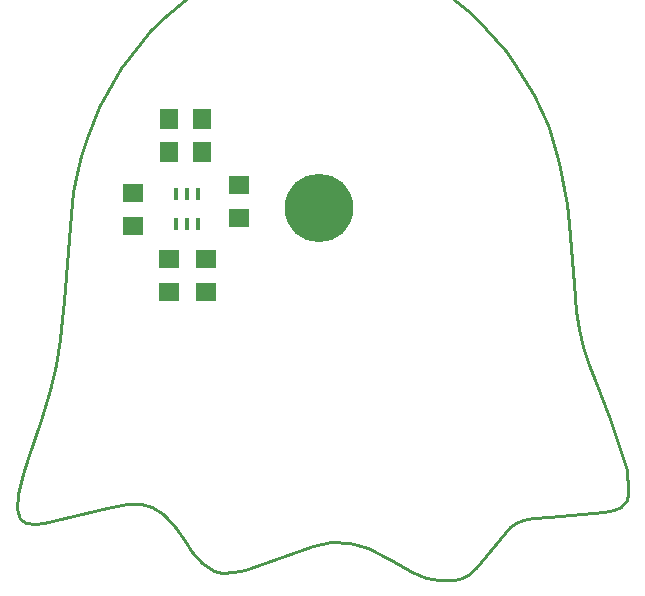
<source format=gbr>
G04 #@! TF.FileFunction,Paste,Bot*
%FSLAX46Y46*%
G04 Gerber Fmt 4.6, Leading zero omitted, Abs format (unit mm)*
G04 Created by KiCad (PCBNEW 201610121319+7306~55~ubuntu14.04.1-) date Wed Oct 19 15:16:00 2016*
%MOMM*%
%LPD*%
G01*
G04 APERTURE LIST*
%ADD10C,0.100000*%
%ADD11C,0.254000*%
%ADD12R,1.778000X1.524000*%
%ADD13R,1.524000X1.778000*%
%ADD14R,0.448400X1.098400*%
%ADD15C,5.800000*%
G04 APERTURE END LIST*
D10*
D11*
X121843800Y-57607200D02*
X120142000Y-55626000D01*
X122580400Y-58623200D02*
X121843800Y-57607200D01*
X124231400Y-61315600D02*
X122580400Y-58623200D01*
X125399800Y-63855600D02*
X124231400Y-61315600D01*
X125577600Y-64363600D02*
X125399800Y-63855600D01*
X126390400Y-67106800D02*
X125577600Y-64363600D01*
X127025400Y-70535800D02*
X126390400Y-67106800D01*
X127228600Y-72237600D02*
X127025400Y-70535800D01*
X127635000Y-77343000D02*
X127228600Y-72237600D01*
X127838200Y-79629000D02*
X127635000Y-77343000D01*
X128066800Y-81178400D02*
X127838200Y-79629000D01*
X128397000Y-82626200D02*
X128066800Y-81178400D01*
X128879600Y-84150200D02*
X128397000Y-82626200D01*
X129387600Y-85471000D02*
X128879600Y-84150200D01*
X130683000Y-88747600D02*
X129387600Y-85471000D01*
X132105400Y-93116400D02*
X130683000Y-88747600D01*
X132156200Y-93395800D02*
X132105400Y-93116400D01*
X132207000Y-94437200D02*
X132156200Y-93395800D01*
X132207000Y-95123000D02*
X132207000Y-94437200D01*
X132105400Y-95580200D02*
X132207000Y-95123000D01*
X131622800Y-96240600D02*
X132105400Y-95580200D01*
X131038600Y-96469200D02*
X131622800Y-96240600D01*
X130200400Y-96621600D02*
X131038600Y-96469200D01*
X125552200Y-97028000D02*
X130200400Y-96621600D01*
X124180600Y-97155000D02*
X125552200Y-97028000D01*
X123317000Y-97307400D02*
X124180600Y-97155000D01*
X122732800Y-97561400D02*
X123317000Y-97307400D01*
X122250200Y-97917000D02*
X122732800Y-97561400D01*
X119329200Y-101371400D02*
X122250200Y-97917000D01*
X118643400Y-101981000D02*
X119329200Y-101371400D01*
X118135400Y-102260400D02*
X118643400Y-101981000D01*
X117551200Y-102412800D02*
X118135400Y-102260400D01*
X117221000Y-102412800D02*
X117551200Y-102412800D01*
X116179600Y-102412800D02*
X117221000Y-102412800D01*
X115112800Y-102184200D02*
X116179600Y-102412800D01*
X113944400Y-101701600D02*
X115112800Y-102184200D01*
X112141000Y-100685600D02*
X113944400Y-101701600D01*
X110185200Y-99720400D02*
X112141000Y-100685600D01*
X108686600Y-99237800D02*
X110185200Y-99720400D01*
X107086400Y-99212400D02*
X108686600Y-99237800D01*
X105511600Y-99517200D02*
X107086400Y-99212400D01*
X99796600Y-101523800D02*
X105511600Y-99517200D01*
X98831400Y-101752400D02*
X99796600Y-101523800D01*
X97866200Y-101828600D02*
X98831400Y-101752400D01*
X97129600Y-101650800D02*
X97866200Y-101828600D01*
X96164400Y-100939600D02*
X97129600Y-101650800D01*
X95300800Y-100025200D02*
X96164400Y-100939600D01*
X94691200Y-99110800D02*
X95300800Y-100025200D01*
X93903800Y-98018600D02*
X94691200Y-99110800D01*
X93091000Y-97078800D02*
X93903800Y-98018600D01*
X92811600Y-96799400D02*
X93091000Y-97078800D01*
X91922600Y-96215200D02*
X92811600Y-96799400D01*
X90957400Y-95986600D02*
X91922600Y-96215200D01*
X89763600Y-95986600D02*
X90957400Y-95986600D01*
X88087200Y-96291400D02*
X89763600Y-95986600D01*
X82753200Y-97586800D02*
X88087200Y-96291400D01*
X82042000Y-97688400D02*
X82753200Y-97586800D01*
X81229200Y-97561400D02*
X82042000Y-97688400D01*
X80721200Y-97205800D02*
X81229200Y-97561400D01*
X80467200Y-96393000D02*
X80721200Y-97205800D01*
X80568800Y-95097600D02*
X80467200Y-96393000D01*
X80949800Y-93421200D02*
X80568800Y-95097600D01*
X81407000Y-92049600D02*
X80949800Y-93421200D01*
X82473800Y-88849200D02*
X81407000Y-92049600D01*
X83235800Y-86334600D02*
X82473800Y-88849200D01*
X83769200Y-84150200D02*
X83235800Y-86334600D01*
X84150200Y-81965800D02*
X83769200Y-84150200D01*
X84328000Y-80289400D02*
X84150200Y-81965800D01*
X84480400Y-78740000D02*
X84328000Y-80289400D01*
X85013800Y-71424800D02*
X84480400Y-78740000D01*
X85242400Y-69570600D02*
X85013800Y-71424800D01*
X85521800Y-67945000D02*
X85242400Y-69570600D01*
X85877400Y-66522600D02*
X85521800Y-67945000D01*
X86385400Y-64973200D02*
X85877400Y-66522600D01*
X87426800Y-62382400D02*
X86385400Y-64973200D01*
X89281000Y-59080400D02*
X87426800Y-62382400D01*
X90932000Y-56972200D02*
X89281000Y-59080400D01*
X91770200Y-55930800D02*
X90932000Y-56972200D01*
X93218000Y-54584600D02*
X91770200Y-55930800D01*
X120142000Y-55626000D02*
G75*
G03X93218000Y-54610000I-13970000J-12954000D01*
G01*
D12*
X90297000Y-69596000D03*
X90297000Y-72390000D03*
D13*
X93345000Y-63373000D03*
X96139000Y-63373000D03*
X96139000Y-66167000D03*
X93345000Y-66167000D03*
D12*
X93345000Y-75184000D03*
X93345000Y-77978000D03*
X96520000Y-77978000D03*
X96520000Y-75184000D03*
X99314000Y-68961000D03*
X99314000Y-71755000D03*
D14*
X95832600Y-72281695D03*
X94882600Y-72281695D03*
X93932600Y-72281695D03*
X93932600Y-69681495D03*
X94882600Y-69681495D03*
X95832600Y-69681495D03*
D15*
X106045000Y-70866000D03*
M02*

</source>
